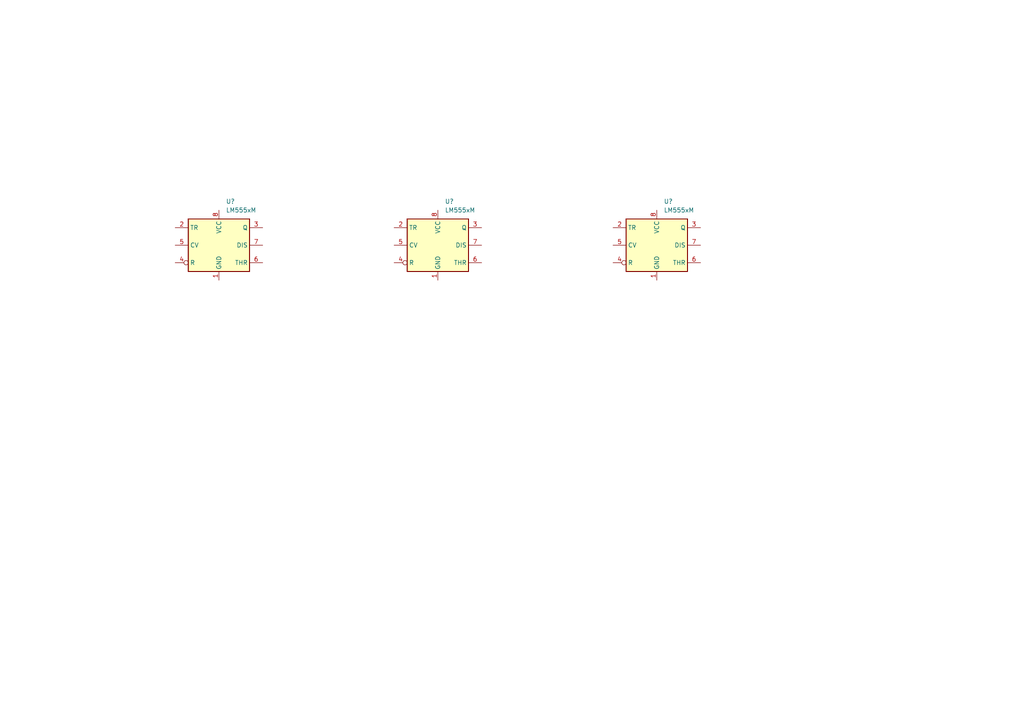
<source format=kicad_sch>
(kicad_sch (version 20211123) (generator eeschema)
  (paper "A4")
  (lib_symbols
    (symbol "Timer:LM555xM"
      (property "Reference" "U" (at -10.16 8.89 0))
      (property "Value" "LM555xM" (at 2.54 8.89 0))
      (symbol "LM555xM_0_0"
        (pin power_in line (at 0 -10.16 90) (length 2.54) (name "GND") (number "1"))
        (pin power_in line (at 0 10.16 270) (length 2.54) (name "VCC") (number "8"))
      )
      (symbol "LM555xM_0_1"
        (rectangle (start -8.89 -7.62) (end 8.89 7.62) (stroke (width 0.254)) (fill (type background)))
        (rectangle (start -8.89 -7.62) (end 8.89 7.62) (stroke (width 0.254)) (fill (type background)))
      )
      (symbol "LM555xM_1_1"
        (pin input line (at -12.7 5.08 0) (length 3.81) (name "TR") (number "2"))
        (pin output line (at 12.7 5.08 180) (length 3.81) (name "Q") (number "3"))
        (pin input inverted (at -12.7 -5.08 0) (length 3.81) (name "R") (number "4"))
        (pin input line (at -12.7 0 0) (length 3.81) (name "CV") (number "5"))
        (pin input line (at 12.7 -5.08 180) (length 3.81) (name "THR") (number "6"))
        (pin input line (at 12.7 0 180) (length 3.81) (name "DIS") (number "7"))
      )
    )
  )
  (symbol (lib_id "Timer:LM555xM") (at 127 71.12 0) (unit 1)
    (property "Reference" "U?" (at 129.0194 58.42 0) (effects (justify left)))
    (property "Value" "LM555xM" (at 129.0194 60.96 0) (effects (justify left)))
    (property "Footprint" "Package_SO:SOIC-8_3.9x4.9mm_P1.27mm" (effects hide))
    (property "Datasheet" "http://www.ti.com/lit/ds/symlink/lm555.pdf" (effects hide))
  )
  (symbol (lib_id "Timer:LM555xM") (at 63.5 71.12 0) (unit 1)
    (property "Reference" "U?" (at 65.5194 58.42 0) (effects (justify left)))
    (property "Value" "LM555xM" (at 65.5194 60.96 0) (effects (justify left)))
    (property "Footprint" "Package_SO:SOIC-8_3.9x4.9mm_P1.27mm" (effects hide))
    (property "Datasheet" "http://www.ti.com/lit/ds/symlink/lm555.pdf" (effects hide))
  )
  (symbol (lib_id "Timer:LM555xM") (at 190.5 71.12 0) (unit 1)
    (property "Reference" "U?" (at 192.5194 58.42 0) (effects (justify left)))
    (property "Value" "LM555xM" (at 192.5194 60.96 0) (effects (justify left)))
    (property "Footprint" "Package_SO:SOIC-8_3.9x4.9mm_P1.27mm" (effects hide))
    (property "Datasheet" "http://www.ti.com/lit/ds/symlink/lm555.pdf" (effects hide))
  )
)
</source>
